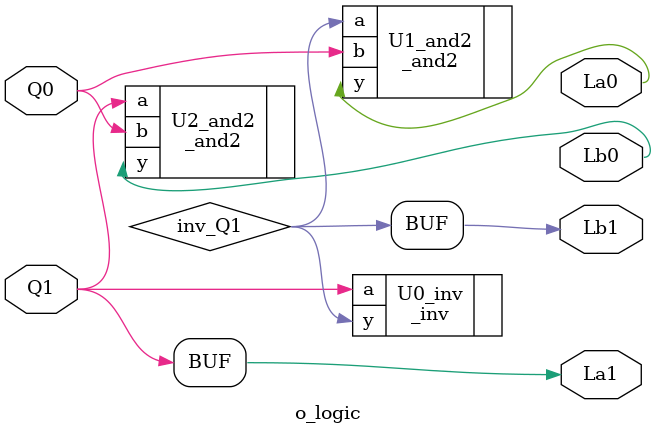
<source format=v>
module o_logic(Q1,Q0,La1,La0,Lb1,Lb0); // this module means output logic

input Q1, Q0; // define input Q1, Q0
output La1, La0, Lb1, Lb0; // define output La1, La0, Lb1, Lb0

wire inv_Q1; // define wire inv_Q1

_inv U0_inv( // inverter instance
	.a(Q1),
	.y(inv_Q1)
	);
	
// two 2 input and gate instance	
_and2 U1_and2(
	.a(inv_Q1),
	.b(Q0),
	.y(La0)
	);
	
_and2 U2_and2(
	.a(Q1),
	.b(Q0),
	.y(Lb0)
	);

assign La1 = Q1; // La1 = Q1;
assign Lb1 = inv_Q1; // Lb1 = ~Q1;

endmodule // end of module

</source>
